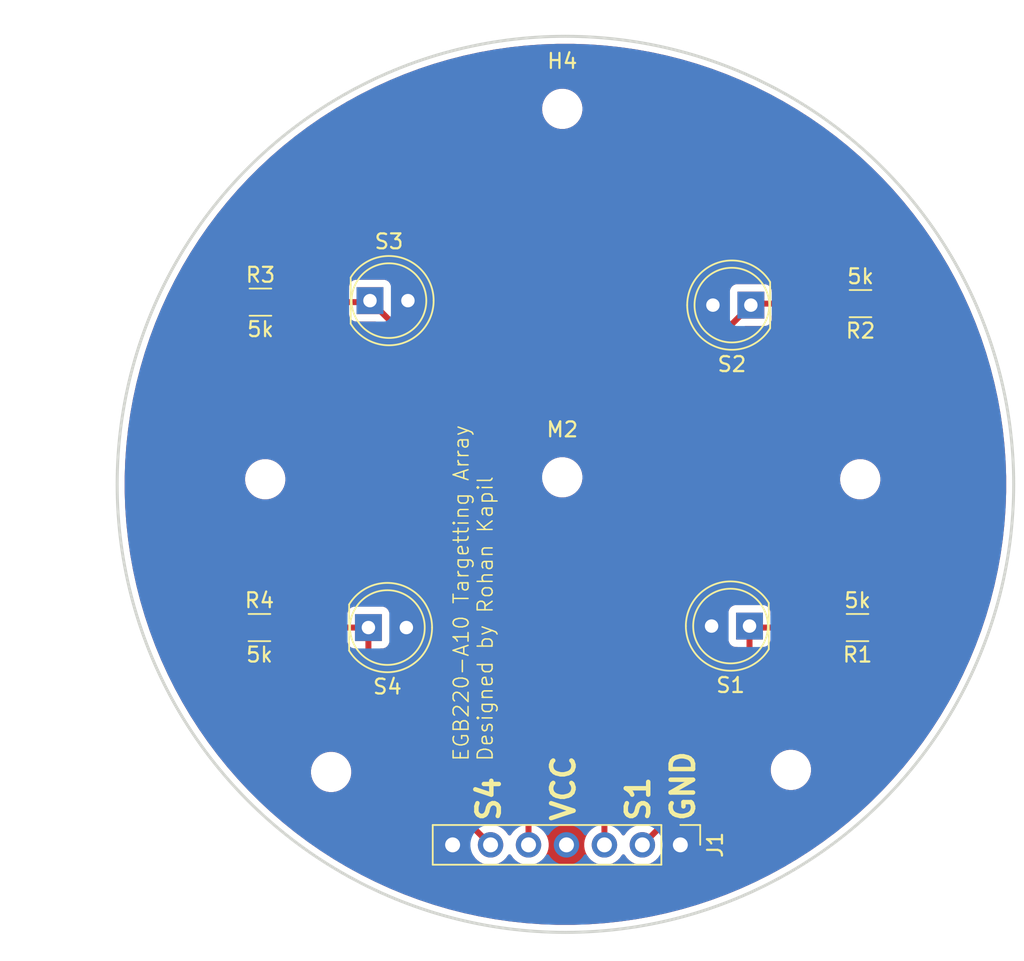
<source format=kicad_pcb>
(kicad_pcb (version 20241229) (generator "pcbnew") (generator_version "9.0")
  (layers (0 "F.Cu" signal) (2 "B.Cu" signal) (13 "F.Paste" user) (15 "B.Paste" user) (5 "F.SilkS" user "F.Silkscreen") (7 "B.SilkS" user "B.Silkscreen") (1 "F.Mask" user) (3 "B.Mask" user) (25 "Edge.Cuts" user))
  (net 0 "")
  (net 1 "+5V")
  (net 2 "/S2")
  (net 3 "/S4")
  (net 4 "GND")
  (net 5 "/S3")
  (net 6 "/S1")
  (footprint "LED_THT:LED_D5.0mm_Clear" (layer "F.Cu") (at 137.18 88.01)
    (property "Reference" "S3" (at 1.27 -3.96 0) (layer "F.SilkS"))
    (property "Value" "SFH309")
    (fp_line (start -1.29 -1.545) (end -1.29 1.545) (stroke (width 0.12)) (layer "F.SilkS"))
    (fp_arc (start -1.29 -1.54483) (mid 2.071756 -2.880501) (end 4.26 -0.000048) (stroke (width 0.12)) (layer "F.SilkS"))
    (fp_arc (start 4.26 0.000048) (mid 2.071756 2.880501) (end -1.29 1.54483) (stroke (width 0.12)) (layer "F.SilkS"))
    (fp_circle (center 1.27 0) (end 3.77 0) (stroke (width 0.12)) (fill no) (layer "F.SilkS"))
    (pad "1" thru_hole rect (at 0 0) (size 1.8 1.8) (drill 0.9) (layers "*.Cu" "*.Mask") (net 5 "/S3"))
    (pad "2" thru_hole circle (at 2.54 0) (size 1.8 1.8) (drill 0.9) (layers "*.Cu" "*.Mask") (net 4 "GND"))
  )
  (footprint "MountingHole:MountingHole_2.2mm_M2" (layer "F.Cu") (at 169.99 99.97)
    (property "Reference" "H7" (hide yes))
    (property "Value" "KeyHole")
    (pad "" np_thru_hole circle (at 0 0) (size 2.2 2.2) (drill 2.2) (layers "*.Cu" "*.Mask"))
  )
  (footprint "Resistor_SMD:R_1206_3216Metric" (layer "F.Cu") (at 129.7825 109.9)
    (property "Reference" "R4" (at 0 -1.82 0) (layer "F.SilkS"))
    (property "Value" "5k" (at 0 1.82 0) (layer "F.SilkS"))
    (fp_line (start -0.727064 -0.91) (end 0.727064 -0.91) (stroke (width 0.12)) (layer "F.SilkS"))
    (fp_line (start -0.727064 0.91) (end 0.727064 0.91) (stroke (width 0.12)) (layer "F.SilkS"))
    (pad "1" smd roundrect (at -1.4625 0) (size 1.125 1.75) (layers "F.Cu" "F.Mask" "F.Paste") (roundrect_rratio 0.222222) (net 1 "+5V"))
    (pad "2" smd roundrect (at 1.4625 0) (size 1.125 1.75) (layers "F.Cu" "F.Mask" "F.Paste") (roundrect_rratio 0.222222) (net 3 "/S4"))
  )
  (footprint "Resistor_SMD:R_1206_3216Metric" (layer "F.Cu") (at 170.0075 88.21 180)
    (property "Reference" "R2" (at 0 -1.82 0) (layer "F.SilkS"))
    (property "Value" "5k" (at 0 1.82 0) (layer "F.SilkS"))
    (fp_line (start -0.727064 0.91) (end 0.727064 0.91) (stroke (width 0.12)) (layer "F.SilkS"))
    (fp_line (start -0.727064 -0.91) (end 0.727064 -0.91) (stroke (width 0.12)) (layer "F.SilkS"))
    (pad "1" smd roundrect (at -1.4625 0 180) (size 1.125 1.75) (layers "F.Cu" "F.Mask" "F.Paste") (roundrect_rratio 0.222222) (net 1 "+5V"))
    (pad "2" smd roundrect (at 1.4625 0 180) (size 1.125 1.75) (layers "F.Cu" "F.Mask" "F.Paste") (roundrect_rratio 0.222222) (net 2 "/S2"))
  )
  (footprint "Resistor_SMD:R_1206_3216Metric" (layer "F.Cu") (at 129.85 88.11)
    (property "Reference" "R3" (at 0 -1.82 0) (layer "F.SilkS"))
    (property "Value" "5k" (at 0 1.82 0) (layer "F.SilkS"))
    (fp_line (start -0.727064 -0.91) (end 0.727064 -0.91) (stroke (width 0.12)) (layer "F.SilkS"))
    (fp_line (start -0.727064 0.91) (end 0.727064 0.91) (stroke (width 0.12)) (layer "F.SilkS"))
    (pad "1" smd roundrect (at -1.4625 0) (size 1.125 1.75) (layers "F.Cu" "F.Mask" "F.Paste") (roundrect_rratio 0.222222) (net 1 "+5V"))
    (pad "2" smd roundrect (at 1.4625 0) (size 1.125 1.75) (layers "F.Cu" "F.Mask" "F.Paste") (roundrect_rratio 0.222222) (net 5 "/S3"))
  )
  (footprint "Connector_PinHeader_2.54mm:PinHeader_1x07_P2.54mm_Vertical" (layer "F.Cu") (at 157.95 124.45 -90)
    (property "Reference" "J1" (at 0 -2.33 270) (layer "F.SilkS"))
    (property "Value" "Payload_tracker_connector")
    (fp_line (start -1.33 16.57) (end 1.33 16.57) (stroke (width 0.12)) (layer "F.SilkS"))
    (fp_line (start -1.33 1.27) (end -1.33 16.57) (stroke (width 0.12)) (layer "F.SilkS"))
    (fp_line (start -1.33 1.27) (end 1.33 1.27) (stroke (width 0.12)) (layer "F.SilkS"))
    (fp_line (start 1.33 1.27) (end 1.33 16.57) (stroke (width 0.12)) (layer "F.SilkS"))
    (fp_line (start -1.33 0) (end -1.33 -1.33) (stroke (width 0.12)) (layer "F.SilkS"))
    (fp_line (start -1.33 -1.33) (end 0 -1.33) (stroke (width 0.12)) (layer "F.SilkS"))
    (pad "1" thru_hole rect (at 0 0 270) (size 1.7 1.7) (drill 1) (layers "*.Cu" "*.Mask") (net 4 "GND"))
    (pad "2" thru_hole oval (at 0 2.54 270) (size 1.7 1.7) (drill 1) (layers "*.Cu" "*.Mask") (net 6 "/S1"))
    (pad "3" thru_hole oval (at 0 5.08 270) (size 1.7 1.7) (drill 1) (layers "*.Cu" "*.Mask") (net 2 "/S2"))
    (pad "4" thru_hole oval (at 0 7.62 270) (size 1.7 1.7) (drill 1) (layers "*.Cu" "*.Mask") (net 1 "+5V"))
    (pad "5" thru_hole oval (at 0 10.16 270) (size 1.7 1.7) (drill 1) (layers "*.Cu" "*.Mask") (net 5 "/S3"))
    (pad "6" thru_hole oval (at 0 12.7 270) (size 1.7 1.7) (drill 1) (layers "*.Cu" "*.Mask") (net 3 "/S4"))
    (pad "7" thru_hole oval (at 0 15.24 270) (size 1.7 1.7) (drill 1) (layers "*.Cu" "*.Mask") (net 4 "GND"))
  )
  (footprint "MountingHole:MountingHole_2.2mm_M2" (layer "F.Cu") (at 165.35 119.43)
    (property "Reference" "H8" (hide yes))
    (property "Value" "MountingHole")
    (pad "" np_thru_hole circle (at 0 0) (size 2.2 2.2) (drill 2.2) (layers "*.Cu" "*.Mask"))
  )
  (footprint "LED_THT:LED_D5.0mm_Clear" (layer "F.Cu") (at 162.58 109.8 180)
    (property "Reference" "S1" (at 1.27 -3.96 0) (layer "F.SilkS"))
    (property "Value" "SFH309")
    (fp_line (start -1.29 -1.545) (end -1.29 1.545) (stroke (width 0.12)) (layer "F.SilkS"))
    (fp_arc (start 4.26 0.000048) (mid 2.071756 2.880501) (end -1.29 1.54483) (stroke (width 0.12)) (layer "F.SilkS"))
    (fp_arc (start -1.29 -1.54483) (mid 2.071756 -2.880501) (end 4.26 -0.000048) (stroke (width 0.12)) (layer "F.SilkS"))
    (fp_circle (center 1.27 0) (end 3.77 0) (stroke (width 0.12)) (fill no) (layer "F.SilkS"))
    (pad "1" thru_hole rect (at 0 0 180) (size 1.8 1.8) (drill 0.9) (layers "*.Cu" "*.Mask") (net 6 "/S1"))
    (pad "2" thru_hole circle (at 2.54 0 180) (size 1.8 1.8) (drill 0.9) (layers "*.Cu" "*.Mask") (net 4 "GND"))
  )
  (footprint "MountingHole:MountingHole_2.2mm_M2" (layer "F.Cu") (at 150.05 99.84)
    (property "Reference" "M2" (at 0 -3.2 0) (layer "F.SilkS"))
    (property "Value" "FinMount")
    (pad "" np_thru_hole circle (at 0 0) (size 2.2 2.2) (drill 2.2) (layers "*.Cu" "*.Mask"))
  )
  (footprint "MountingHole:MountingHole_2.2mm_M2" (layer "F.Cu") (at 150.05 75.17)
    (property "Reference" "H4" (at 0 -3.2 0) (layer "F.SilkS"))
    (property "Value" "KeyHole")
    (pad "" np_thru_hole circle (at 0 0) (size 2.2 2.2) (drill 2.2) (layers "*.Cu" "*.Mask"))
  )
  (footprint "LED_THT:LED_D5.0mm_Clear" (layer "F.Cu") (at 137.075 109.9)
    (property "Reference" "SFH309")
    (property "Value" "S4" (at 1.27 3.96 0) (layer "F.SilkS"))
    (fp_line (start -1.29 -1.545) (end -1.29 1.545) (stroke (width 0.12)) (layer "F.SilkS"))
    (fp_arc (start -1.29 -1.54483) (mid 2.071756 -2.880501) (end 4.26 -0.000048) (stroke (width 0.12)) (layer "F.SilkS"))
    (fp_arc (start 4.26 0.000048) (mid 2.071756 2.880501) (end -1.29 1.54483) (stroke (width 0.12)) (layer "F.SilkS"))
    (fp_circle (center 1.27 0) (end 3.77 0) (stroke (width 0.12)) (fill no) (layer "F.SilkS"))
    (pad "1" thru_hole rect (at 0 0) (size 1.8 1.8) (drill 0.9) (layers "*.Cu" "*.Mask") (net 3 "/S4"))
    (pad "2" thru_hole circle (at 2.54 0) (size 1.8 1.8) (drill 0.9) (layers "*.Cu" "*.Mask") (net 4 "GND"))
  )
  (footprint "MountingHole:MountingHole_2.2mm_M2" (layer "F.Cu") (at 130.17 99.97)
    (property "Reference" "H6" (hide yes))
    (property "Value" "KeyHole")
    (pad "" np_thru_hole circle (at 0 0) (size 2.2 2.2) (drill 2.2) (layers "*.Cu" "*.Mask"))
  )
  (footprint "LED_THT:LED_D5.0mm_Clear" (layer "F.Cu") (at 162.67 88.31 180)
    (property "Reference" "S2" (at 1.27 -3.96 0) (layer "F.SilkS"))
    (property "Value" "SFH309")
    (fp_line (start -1.29 -1.545) (end -1.29 1.545) (stroke (width 0.12)) (layer "F.SilkS"))
    (fp_arc (start 4.26 0.000048) (mid 2.071756 2.880501) (end -1.29 1.54483) (stroke (width 0.12)) (layer "F.SilkS"))
    (fp_arc (start -1.29 -1.54483) (mid 2.071756 -2.880501) (end 4.26 -0.000048) (stroke (width 0.12)) (layer "F.SilkS"))
    (fp_circle (center 1.27 0) (end 3.77 0) (stroke (width 0.12)) (fill no) (layer "F.SilkS"))
    (pad "1" thru_hole rect (at 0 0 180) (size 1.8 1.8) (drill 0.9) (layers "*.Cu" "*.Mask") (net 2 "/S2"))
    (pad "2" thru_hole circle (at 2.54 0 180) (size 1.8 1.8) (drill 0.9) (layers "*.Cu" "*.Mask") (net 4 "GND"))
  )
  (footprint "MountingHole:MountingHole_2.2mm_M2" (layer "F.Cu") (at 134.58 119.57)
    (property "Reference" "H5" (hide yes))
    (property "Value" "MountingHole")
    (pad "" np_thru_hole circle (at 0 0) (size 2.2 2.2) (drill 2.2) (layers "*.Cu" "*.Mask"))
  )
  (footprint "Resistor_SMD:R_1206_3216Metric" (layer "F.Cu") (at 169.8075 109.9 180)
    (property "Reference" "R1" (at 0 -1.82 0) (layer "F.SilkS"))
    (property "Value" "5k" (at 0 1.82 0) (layer "F.SilkS"))
    (fp_line (start -0.727064 0.91) (end 0.727064 0.91) (stroke (width 0.12)) (layer "F.SilkS"))
    (fp_line (start -0.727064 -0.91) (end 0.727064 -0.91) (stroke (width 0.12)) (layer "F.SilkS"))
    (pad "1" smd roundrect (at -1.4625 0 180) (size 1.125 1.75) (layers "F.Cu" "F.Mask" "F.Paste") (roundrect_rratio 0.222222) (net 1 "+5V"))
    (pad "2" smd roundrect (at 1.4625 0 180) (size 1.125 1.75) (layers "F.Cu" "F.Mask" "F.Paste") (roundrect_rratio 0.222222) (net 6 "/S1"))
  )
  (gr_circle (center 150.26 100.31) (end 180.26 100.31) (stroke (width 0.2)) (fill no) (layer "Edge.Cuts"))
  (gr_text "VCC\n" (at 151 123 90) (layer "F.SilkS") (effects (font (size 1.5 1.5) (thickness 0.3) (bold yes)) (justify left bottom)))
  (gr_text "GND\n" (at 159 123 90) (layer "F.SilkS") (effects (font (size 1.5 1.5) (thickness 0.3) (bold yes)) (justify left bottom)))
  (gr_text "EGB220-A10 Targetting Array\nDesigned by Rohan Kapil" (at 145.48 118.92 90) (layer "F.SilkS") (effects (font (size 1 1) (thickness 0.1)) (justify left bottom)))
  (gr_text "S4" (at 146 123 90) (layer "F.SilkS") (effects (font (size 1.5 1.5) (thickness 0.3) (bold yes)) (justify left bottom)))
  (gr_text "S1\n" (at 156 123 90) (layer "F.SilkS") (effects (font (size 1.5 1.5) (thickness 0.3) (bold yes)) (justify left bottom)))
  (segment (start 152.87 98.11) (end 152.87 124.45) (width 0.4) (layer "F.Cu") (net 2))
  (segment (start 162.7 88.17) (end 162.67 88.2) (width 0.4) (layer "F.Cu") (net 2))
  (segment (start 162.67 88.31) (end 152.87 98.11) (width 0.4) (layer "F.Cu") (net 2))
  (segment (start 168.545 88.21) (end 162.77 88.21) (width 0.4) (layer "F.Cu") (net 2))
  (segment (start 162.77 88.21) (end 162.67 88.31) (width 0.4) (layer "F.Cu") (net 2))
  (segment (start 137.075 109.9) (end 137.075 116.275) (width 0.4) (layer "F.Cu") (net 3))
  (segment (start 131.245 109.9) (end 137.075 109.9) (width 0.4) (layer "F.Cu") (net 3))
  (segment (start 137.075 116.275) (end 145.25 124.45) (width 0.4) (layer "F.Cu") (net 3))
  (segment (start 147.79 98.62) (end 147.79 124.45) (width 0.4) (layer "F.Cu") (net 5))
  (segment (start 137.08 88.11) (end 137.18 88.01) (width 0.2) (layer "F.Cu") (net 5))
  (segment (start 137.18 88.01) (end 147.79 98.62) (width 0.4) (layer "F.Cu") (net 5))
  (segment (start 131.3125 88.11) (end 137.08 88.11) (width 0.4) (layer "F.Cu") (net 5))
  (segment (start 162.68 109.9) (end 162.58 109.8) (width 0.2) (layer "F.Cu") (net 6))
  (segment (start 162.58 117.28) (end 155.41 124.45) (width 0.4) (layer "F.Cu") (net 6))
  (segment (start 162.58 109.8) (end 162.58 117.28) (width 0.4) (layer "F.Cu") (net 6))
  (segment (start 168.345 109.9) (end 162.68 109.9) (width 0.4) (layer "F.Cu") (net 6))
  (zone (net 1) (net_name "+5V") (layer "F.Cu") (priority 1) (connect_pads yes (clearance 0.5)) (min_thickness 0.25) (fill yes (thermal_gap 0.5) (thermal_bridge_width 0.5))
    (polygon (pts (xy 148.6 67.88) (xy 180.71 67.88) (xy 180.71 131.95) (xy 180.42 132.24) (xy 118.79 132.24) (xy 118.5 131.95) (xy 118.5 67.88) (xy 151.61 67.88) (xy 151.75 68.02) (xy 159.07 68.02) (xy 148.74 68.02)))
  )
  (zone (net 4) (net_name "GND") (layer "B.Cu") (connect_pads yes (clearance 0.5)) (min_thickness 0.25) (fill yes (thermal_gap 0.5) (thermal_bridge_width 0.5))
    (polygon (pts (xy 120.65 68.02) (xy 180.97 68.14) (xy 180.97 131.39) (xy 180.15 132.21) (xy 118.36 131.81) (xy 118.64 131.95) (xy 118.5 68.45) (xy 118.21 67.88) (xy 112.42 68.12) (xy 121.08 68.02) (xy 114.18 69.15) (xy 113.39 69.15)))
  )
)
</source>
